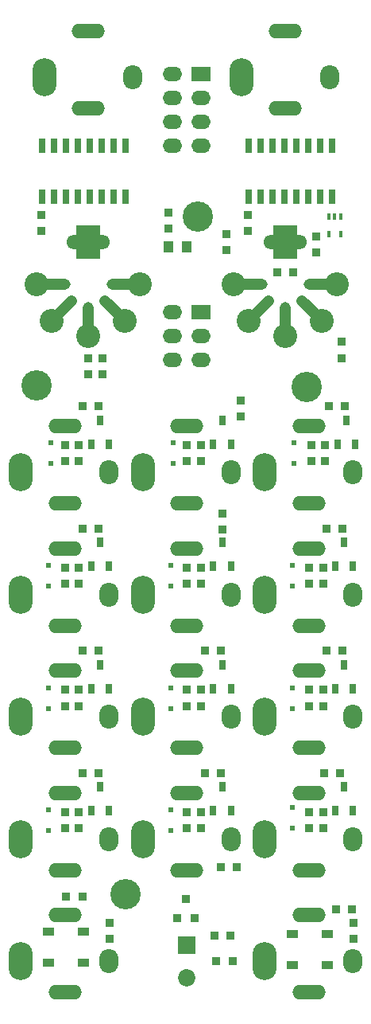
<source format=gbs>
G04 #@! TF.FileFunction,Soldermask,Bot*
%FSLAX46Y46*%
G04 Gerber Fmt 4.6, Leading zero omitted, Abs format (unit mm)*
G04 Created by KiCad (PCBNEW 4.0.2-stable) date 2021-01-02 10:32:37 AM*
%MOMM*%
G01*
G04 APERTURE LIST*
%ADD10C,0.200000*%
%ADD11C,3.225000*%
%ADD12R,1.850000X1.850000*%
%ADD13C,1.850000*%
%ADD14R,0.850000X0.950000*%
%ADD15R,0.950000X0.850000*%
%ADD16R,1.050000X1.300000*%
%ADD17R,1.250000X0.950000*%
%ADD18R,0.550000X0.550000*%
%ADD19R,2.050000X1.550000*%
%ADD20O,2.050000X1.550000*%
%ADD21O,2.550000X4.050000*%
%ADD22O,2.050000X2.550000*%
%ADD23O,3.550000X1.550000*%
%ADD24R,0.751040X1.050760*%
%ADD25R,0.650000X1.550000*%
%ADD26R,0.450000X0.700000*%
%ADD27C,2.550000*%
%ADD28R,2.550000X3.550000*%
%ADD29O,4.650000X1.500000*%
%ADD30O,4.350000X1.150000*%
%ADD31O,1.150000X4.350000*%
%ADD32C,1.150000*%
G04 APERTURE END LIST*
D10*
D11*
X143300000Y-93900000D03*
X124000000Y-147900000D03*
X131700000Y-75800000D03*
D12*
X130500000Y-153250000D03*
D13*
X130500000Y-156750000D03*
D14*
X121500000Y-90900000D03*
X121500000Y-92600000D03*
X115000000Y-75650000D03*
X115000000Y-77350000D03*
X137000000Y-75650000D03*
X137000000Y-77350000D03*
D15*
X133400000Y-152250000D03*
X135100000Y-152250000D03*
D16*
X128500000Y-79000000D03*
X130500000Y-79000000D03*
D14*
X128500000Y-77100000D03*
X128500000Y-75400000D03*
X144250000Y-77900000D03*
X144250000Y-79600000D03*
D17*
X115750000Y-155150000D03*
X115750000Y-151850000D03*
X119500000Y-151850000D03*
X119500000Y-155150000D03*
X141750000Y-155400000D03*
X141750000Y-152100000D03*
X145500000Y-152100000D03*
X145500000Y-155400000D03*
D18*
X116000000Y-102100000D03*
X116000000Y-99900000D03*
D19*
X132020000Y-85960000D03*
D20*
X128980000Y-85960000D03*
X132020000Y-88500000D03*
X128980000Y-88500000D03*
X132020000Y-91040000D03*
X128980000Y-91040000D03*
D21*
X115300000Y-61000000D03*
D22*
X124700000Y-61000000D03*
D23*
X120000000Y-56100000D03*
X120000000Y-64300000D03*
D21*
X136300000Y-61000000D03*
D22*
X145700000Y-61000000D03*
D23*
X141000000Y-56100000D03*
X141000000Y-64300000D03*
D21*
X112800000Y-155000000D03*
D22*
X122200000Y-155000000D03*
D23*
X117500000Y-150100000D03*
X117500000Y-158300000D03*
D21*
X138800000Y-155000000D03*
D22*
X148200000Y-155000000D03*
D23*
X143500000Y-150100000D03*
X143500000Y-158300000D03*
D21*
X112800000Y-103000000D03*
D22*
X122200000Y-103000000D03*
D23*
X117500000Y-98100000D03*
X117500000Y-106300000D03*
D21*
X125800000Y-103000000D03*
D22*
X135200000Y-103000000D03*
D23*
X130500000Y-98100000D03*
X130500000Y-106300000D03*
D21*
X138800000Y-103000000D03*
D22*
X148200000Y-103000000D03*
D23*
X143500000Y-98100000D03*
X143500000Y-106300000D03*
D21*
X112800000Y-116000000D03*
D22*
X122200000Y-116000000D03*
D23*
X117500000Y-111100000D03*
X117500000Y-119300000D03*
D21*
X125800000Y-116000000D03*
D22*
X135200000Y-116000000D03*
D23*
X130500000Y-111100000D03*
X130500000Y-119300000D03*
D21*
X138800000Y-116000000D03*
D22*
X148200000Y-116000000D03*
D23*
X143500000Y-111100000D03*
X143500000Y-119300000D03*
D21*
X112800000Y-129000000D03*
D22*
X122200000Y-129000000D03*
D23*
X117500000Y-124100000D03*
X117500000Y-132300000D03*
D21*
X125800000Y-129000000D03*
D22*
X135200000Y-129000000D03*
D23*
X130500000Y-124100000D03*
X130500000Y-132300000D03*
D21*
X138800000Y-129000000D03*
D22*
X148200000Y-129000000D03*
D23*
X143500000Y-124100000D03*
X143500000Y-132300000D03*
D21*
X112800000Y-142000000D03*
D22*
X122200000Y-142000000D03*
D23*
X117500000Y-137100000D03*
X117500000Y-145300000D03*
D21*
X125800000Y-142000000D03*
D22*
X135200000Y-142000000D03*
D23*
X130500000Y-137100000D03*
X130500000Y-145300000D03*
D21*
X138800000Y-142000000D03*
D22*
X148200000Y-142000000D03*
D23*
X143500000Y-137100000D03*
X143500000Y-145300000D03*
D20*
X128980000Y-68310000D03*
X132020000Y-68310000D03*
D19*
X132020000Y-60690000D03*
D20*
X128980000Y-60690000D03*
X132020000Y-63230000D03*
X128980000Y-63230000D03*
X132020000Y-65770000D03*
X128980000Y-65770000D03*
D24*
X121250000Y-97480000D03*
X120297500Y-100020000D03*
X122202500Y-100020000D03*
X134250000Y-97480000D03*
X133297500Y-100020000D03*
X135202500Y-100020000D03*
X147500000Y-97480000D03*
X146547500Y-100020000D03*
X148452500Y-100020000D03*
X121250000Y-110480000D03*
X120297500Y-113020000D03*
X122202500Y-113020000D03*
X134250000Y-110480000D03*
X133297500Y-113020000D03*
X135202500Y-113020000D03*
X147250000Y-110480000D03*
X146297500Y-113020000D03*
X148202500Y-113020000D03*
X121250000Y-123480000D03*
X120297500Y-126020000D03*
X122202500Y-126020000D03*
X134250000Y-123480000D03*
X133297500Y-126020000D03*
X135202500Y-126020000D03*
X147250000Y-123480000D03*
X146297500Y-126020000D03*
X148202500Y-126020000D03*
X121250000Y-136480000D03*
X120297500Y-139020000D03*
X122202500Y-139020000D03*
X134250000Y-136480000D03*
X133297500Y-139020000D03*
X135202500Y-139020000D03*
X147250000Y-136480000D03*
X146297500Y-139020000D03*
X148202500Y-139020000D03*
D14*
X131350000Y-150400000D03*
X129450000Y-150400000D03*
X130400000Y-148400000D03*
X134750000Y-79350000D03*
X134750000Y-77650000D03*
X120000000Y-92600000D03*
X120000000Y-90900000D03*
X147000000Y-89150000D03*
X147000000Y-90850000D03*
D15*
X117650000Y-148100000D03*
X119350000Y-148100000D03*
X146400000Y-149500000D03*
X148100000Y-149500000D03*
D14*
X117500000Y-100150000D03*
X117500000Y-101850000D03*
X130500000Y-100150000D03*
X130500000Y-101850000D03*
X143750000Y-100150000D03*
X143750000Y-101850000D03*
X117500000Y-113150000D03*
X117500000Y-114850000D03*
X119000000Y-101850000D03*
X119000000Y-100150000D03*
X132000000Y-101850000D03*
X132000000Y-100150000D03*
X145250000Y-101850000D03*
X145250000Y-100150000D03*
X119000000Y-114850000D03*
X119000000Y-113150000D03*
D15*
X119400000Y-96000000D03*
X121100000Y-96000000D03*
D14*
X136250000Y-95400000D03*
X136250000Y-97100000D03*
D15*
X145650000Y-96000000D03*
X147350000Y-96000000D03*
X119400000Y-109000000D03*
X121100000Y-109000000D03*
D14*
X130500000Y-113150000D03*
X130500000Y-114850000D03*
X143500000Y-113150000D03*
X143500000Y-114850000D03*
X117500000Y-126150000D03*
X117500000Y-127850000D03*
X130500000Y-126150000D03*
X130500000Y-127850000D03*
X132000000Y-114850000D03*
X132000000Y-113150000D03*
X145000000Y-114850000D03*
X145000000Y-113150000D03*
X119000000Y-127850000D03*
X119000000Y-126150000D03*
X132000000Y-127850000D03*
X132000000Y-126150000D03*
X134250000Y-107400000D03*
X134250000Y-109100000D03*
D15*
X145400000Y-109000000D03*
X147100000Y-109000000D03*
X119400000Y-122000000D03*
X121100000Y-122000000D03*
X132400000Y-122000000D03*
X134100000Y-122000000D03*
D14*
X143500000Y-126150000D03*
X143500000Y-127850000D03*
X117500000Y-139150000D03*
X117500000Y-140850000D03*
X130500000Y-139150000D03*
X130500000Y-140850000D03*
X143500000Y-139150000D03*
X143500000Y-140850000D03*
X145000000Y-127850000D03*
X145000000Y-126150000D03*
X119000000Y-140850000D03*
X119000000Y-139150000D03*
X132000000Y-140850000D03*
X132000000Y-139150000D03*
X145000000Y-140850000D03*
X145000000Y-139150000D03*
D15*
X145400000Y-122000000D03*
X147100000Y-122000000D03*
X119400000Y-135000000D03*
X121100000Y-135000000D03*
X132400000Y-135000000D03*
X134100000Y-135000000D03*
X145150000Y-135000000D03*
X146850000Y-135000000D03*
D14*
X122250000Y-150900000D03*
X122250000Y-152600000D03*
X148250000Y-150900000D03*
X148250000Y-152600000D03*
D15*
X140150000Y-81750000D03*
X141850000Y-81750000D03*
X134150000Y-145000000D03*
X135850000Y-145000000D03*
X135350000Y-155000000D03*
X133650000Y-155000000D03*
D25*
X115055000Y-68300000D03*
X116325000Y-68300000D03*
X117595000Y-68300000D03*
X118865000Y-68300000D03*
X120135000Y-68300000D03*
X121405000Y-68300000D03*
X122675000Y-68300000D03*
X123945000Y-68300000D03*
X123945000Y-73700000D03*
X122675000Y-73700000D03*
X121405000Y-73700000D03*
X120135000Y-73700000D03*
X118865000Y-73700000D03*
X117595000Y-73700000D03*
X116325000Y-73700000D03*
X115055000Y-73700000D03*
X137055000Y-68300000D03*
X138325000Y-68300000D03*
X139595000Y-68300000D03*
X140865000Y-68300000D03*
X142135000Y-68300000D03*
X143405000Y-68300000D03*
X144675000Y-68300000D03*
X145945000Y-68300000D03*
X145945000Y-73700000D03*
X144675000Y-73700000D03*
X143405000Y-73700000D03*
X142135000Y-73700000D03*
X140865000Y-73700000D03*
X139595000Y-73700000D03*
X138325000Y-73700000D03*
X137055000Y-73700000D03*
D26*
X145600000Y-75800000D03*
X146900000Y-75800000D03*
X146250000Y-75800000D03*
X146900000Y-77700000D03*
X145600000Y-77700000D03*
D18*
X141750000Y-140850000D03*
X141750000Y-138650000D03*
X128750000Y-141100000D03*
X128750000Y-138900000D03*
X115750000Y-141100000D03*
X115750000Y-138900000D03*
X141750000Y-128100000D03*
X141750000Y-125900000D03*
X128750000Y-128100000D03*
X128750000Y-125900000D03*
X115750000Y-128100000D03*
X115750000Y-125900000D03*
X141750000Y-115100000D03*
X141750000Y-112900000D03*
X128750000Y-115100000D03*
X128750000Y-112900000D03*
X115750000Y-115100000D03*
X115750000Y-112900000D03*
X141900000Y-102100000D03*
X141900000Y-99900000D03*
X129000000Y-102100000D03*
X129000000Y-99900000D03*
D11*
X114500000Y-93750000D03*
D27*
X114500000Y-83000000D03*
X125500000Y-83000000D03*
X120000000Y-88500000D03*
D28*
X120000000Y-78500000D03*
D27*
X116110000Y-86890000D03*
X123890000Y-86890000D03*
D29*
X120000000Y-78500000D03*
D30*
X115900000Y-83000000D03*
X124100000Y-83000000D03*
D31*
X120000000Y-87100000D03*
D32*
X115968629Y-87031371D02*
X118231371Y-84768629D01*
X121768629Y-84768629D02*
X124031371Y-87031371D01*
D27*
X135500000Y-83000000D03*
X146500000Y-83000000D03*
X141000000Y-88500000D03*
D28*
X141000000Y-78500000D03*
D27*
X137110000Y-86890000D03*
X144890000Y-86890000D03*
D29*
X141000000Y-78500000D03*
D30*
X136900000Y-83000000D03*
X145100000Y-83000000D03*
D31*
X141000000Y-87100000D03*
D32*
X136968629Y-87031371D02*
X139231371Y-84768629D01*
X142768629Y-84768629D02*
X145031371Y-87031371D01*
M02*

</source>
